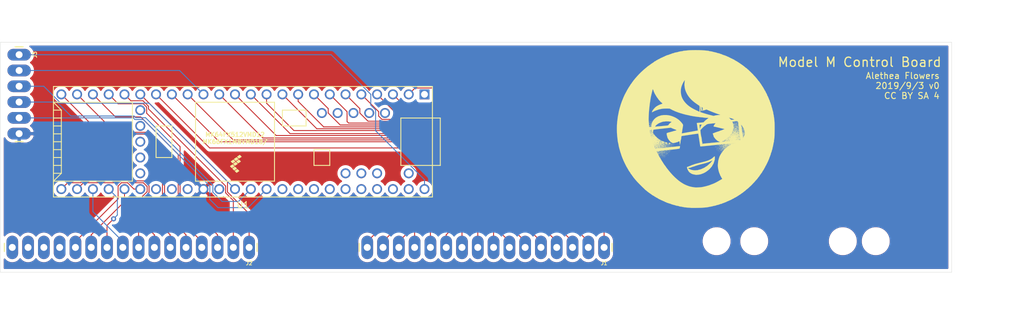
<source format=kicad_pcb>
(kicad_pcb (version 20171130) (host pcbnew "(5.1.2)-2")
  (layers (0 F.Cu signal) (31 B.Cu signal) (34 B.Paste user) (35 F.Paste user) (36 B.SilkS user) (37 F.SilkS user) (38 B.Mask user) (39 F.Mask user) (44 Edge.Cuts user))
  (net 0 "")
  (net 1 "Net-(J1-Pad1)")
  (net 2 "Net-(J1-Pad2)")
  (net 3 "Net-(J1-Pad3)")
  (net 4 "Net-(J1-Pad4)")
  (net 5 "Net-(J1-Pad5)")
  (net 6 "Net-(J1-Pad6)")
  (net 7 "Net-(J1-Pad7)")
  (net 8 "Net-(J1-Pad8)")
  (net 9 "Net-(J1-Pad9)")
  (net 10 "Net-(J1-Pad10)")
  (net 11 "Net-(J1-Pad11)")
  (net 12 "Net-(J1-Pad12)")
  (net 13 "Net-(J1-Pad13)")
  (net 14 "Net-(J1-Pad14)")
  (net 15 "Net-(J1-Pad15)")
  (net 16 "Net-(J1-Pad16)")
  (net 17 "Net-(J2-Pad16)")
  (net 18 "Net-(J2-Pad15)")
  (net 19 "Net-(J2-Pad14)")
  (net 20 "Net-(J2-Pad13)")
  (net 21 "Net-(J2-Pad12)")
  (net 22 "Net-(J2-Pad11)")
  (net 23 "Net-(J2-Pad10)")
  (net 24 "Net-(J2-Pad9)")
  (net 25 "Net-(J2-Pad8)")
  (net 26 "Net-(J2-Pad7)")
  (net 27 "Net-(J2-Pad6)")
  (net 28 "Net-(J2-Pad5)")
  (net 29 "Net-(J2-Pad4)")
  (net 30 "Net-(J2-Pad3)")
  (net 31 "Net-(J2-Pad2)")
  (net 32 "Net-(J2-Pad1)")
  (net 33 VCC)
  (net 34 +3V3)
  (net 35 "Net-(J3-Pad3)")
  (net 36 "Net-(J3-Pad4)")
  (net 37 "Net-(J3-Pad5)")
  (net 38 GND)
  (net 39 "Net-(U1-Pad25)")
  (net 40 "Net-(U1-Pad26)")
  (net 41 "Net-(U1-Pad27)")
  (net 42 "Net-(U1-Pad28)")
  (net 43 "Net-(U1-Pad29)")
  (net 44 "Net-(U1-Pad36)")
  (net 45 "Net-(U1-Pad37)")
  (net 46 "Net-(U1-Pad1)")
  (net 47 "Net-(U1-Pad38)")
  (net 48 "Net-(U1-Pad40)")
  (net 49 "Net-(U1-Pad44)")
  (net 50 "Net-(U1-Pad45)")
  (net 51 "Net-(U1-Pad46)")
  (net 52 "Net-(U1-Pad47)")
  (net 53 "Net-(U1-Pad48)")
  (net 54 "Net-(U1-Pad49)")
  (net 55 "Net-(U1-Pad50)")
  (net 56 "Net-(U1-Pad51)")
  (net 57 "Net-(U1-Pad52)")
  (net 58 "Net-(U1-Pad54)")
  (net 59 "Net-(U1-Pad55)")
  (net 60 "Net-(U1-Pad56)")
  (net 61 "Net-(U1-Pad57)")
  (module "Thea Branding Footprints:avatar 1in" (layer F.Cu) (at 195.85 108.95)
    (fp_text reference G*** hide)
    (fp_text value LOGO hide)
  )
  (module MountingHole:MountingHole_3.5mm (layer F.Cu) (at 199.2 127)
    (fp_text reference REF** hide)
    (fp_text value MountingHole_3.5mm)
    (pad 1 np_thru_hole circle (at 0 0) (size 3.5 3.5) (drill 3.5) (layers *.Cu *.Mask))
  )
  (module MountingHole:MountingHole_3.5mm (layer F.Cu) (at 205.25 127)
    (fp_text reference e hide)
    (fp_text value MountingHole_3.5mm)
    (pad 1 np_thru_hole circle (at 0 0) (size 3.5 3.5) (drill 3.5) (layers *.Cu *.Mask))
  )
  (module MountingHole:MountingHole_3.5mm (layer F.Cu) (at 219.5 127)
    (fp_text reference REF** hide)
    (fp_text value MountingHole_3.5mm)
    (pad 1 np_thru_hole circle (at 0 0) (size 3.5 3.5) (drill 3.5) (layers *.Cu *.Mask))
  )
  (module MountingHole:MountingHole_3.5mm (layer F.Cu) (at 224.8 127)
    (fp_text reference REF** hide)
    (fp_text value MountingHole_3.5mm)
    (pad 1 np_thru_hole circle (at 0 0) (size 3.5 3.5) (drill 3.5) (layers *.Cu *.Mask))
  )
  (module "SF Connectors:1X16_LONGPADS" (layer F.Cu) (at 181.1 128 180)
    (fp_text reference J1 (at 0 -2.54) (layer F.SilkS) (effects (font (size 0.6096 0.6096) (thickness 0.127))))
    (fp_text value Conn_01x16 hide)
    (pad 1 thru_hole oval (at 0 0) (size 1.8796 3.7592) (drill 1.1176) (layers *.Cu *.Mask) (net 1 "Net-(J1-Pad1)"))
    (pad 2 thru_hole oval (at 2.54 0) (size 1.8796 3.7592) (drill 1.1176) (layers *.Cu *.Mask) (net 2 "Net-(J1-Pad2)"))
    (pad 3 thru_hole oval (at 5.08 0) (size 1.8796 3.7592) (drill 1.1176) (layers *.Cu *.Mask) (net 3 "Net-(J1-Pad3)"))
    (pad 4 thru_hole oval (at 7.62 0) (size 1.8796 3.7592) (drill 1.1176) (layers *.Cu *.Mask) (net 4 "Net-(J1-Pad4)"))
    (pad 5 thru_hole oval (at 10.16 0) (size 1.8796 3.7592) (drill 1.1176) (layers *.Cu *.Mask) (net 5 "Net-(J1-Pad5)"))
    (pad 6 thru_hole oval (at 12.7 0) (size 1.8796 3.7592) (drill 1.1176) (layers *.Cu *.Mask) (net 6 "Net-(J1-Pad6)"))
    (pad 7 thru_hole oval (at 15.24 0) (size 1.8796 3.7592) (drill 1.1176) (layers *.Cu *.Mask) (net 7 "Net-(J1-Pad7)"))
    (pad 8 thru_hole oval (at 17.78 0) (size 1.8796 3.7592) (drill 1.1176) (layers *.Cu *.Mask) (net 8 "Net-(J1-Pad8)"))
    (pad 9 thru_hole oval (at 20.32 0) (size 1.8796 3.7592) (drill 1.1176) (layers *.Cu *.Mask) (net 9 "Net-(J1-Pad9)"))
    (pad 10 thru_hole oval (at 22.86 0) (size 1.8796 3.7592) (drill 1.1176) (layers *.Cu *.Mask) (net 10 "Net-(J1-Pad10)"))
    (pad 11 thru_hole oval (at 25.4 0) (size 1.8796 3.7592) (drill 1.1176) (layers *.Cu *.Mask) (net 11 "Net-(J1-Pad11)"))
    (pad 12 thru_hole oval (at 27.94 0) (size 1.8796 3.7592) (drill 1.1176) (layers *.Cu *.Mask) (net 12 "Net-(J1-Pad12)"))
    (pad 13 thru_hole oval (at 30.48 0) (size 1.8796 3.7592) (drill 1.1176) (layers *.Cu *.Mask) (net 13 "Net-(J1-Pad13)"))
    (pad 14 thru_hole oval (at 33.02 0) (size 1.8796 3.7592) (drill 1.1176) (layers *.Cu *.Mask) (net 14 "Net-(J1-Pad14)"))
    (pad 15 thru_hole oval (at 35.56 0) (size 1.8796 3.7592) (drill 1.1176) (layers *.Cu *.Mask) (net 15 "Net-(J1-Pad15)"))
    (pad 16 thru_hole oval (at 38.1 0) (size 1.8796 3.7592) (drill 1.1176) (layers *.Cu *.Mask) (net 16 "Net-(J1-Pad16)"))
  )
  (module "SF Connectors:1X16_LONGPADS" (layer F.Cu) (at 124 128 180)
    (fp_text reference J2 (at 0 -2.54) (layer F.SilkS) (effects (font (size 0.6096 0.6096) (thickness 0.127))))
    (fp_text value Conn_01x16 hide)
    (pad 16 thru_hole oval (at 38.1 0) (size 1.8796 3.7592) (drill 1.1176) (layers *.Cu *.Mask) (net 17 "Net-(J2-Pad16)"))
    (pad 15 thru_hole oval (at 35.56 0) (size 1.8796 3.7592) (drill 1.1176) (layers *.Cu *.Mask) (net 18 "Net-(J2-Pad15)"))
    (pad 14 thru_hole oval (at 33.02 0) (size 1.8796 3.7592) (drill 1.1176) (layers *.Cu *.Mask) (net 19 "Net-(J2-Pad14)"))
    (pad 13 thru_hole oval (at 30.48 0) (size 1.8796 3.7592) (drill 1.1176) (layers *.Cu *.Mask) (net 20 "Net-(J2-Pad13)"))
    (pad 12 thru_hole oval (at 27.94 0) (size 1.8796 3.7592) (drill 1.1176) (layers *.Cu *.Mask) (net 21 "Net-(J2-Pad12)"))
    (pad 11 thru_hole oval (at 25.4 0) (size 1.8796 3.7592) (drill 1.1176) (layers *.Cu *.Mask) (net 22 "Net-(J2-Pad11)"))
    (pad 10 thru_hole oval (at 22.86 0) (size 1.8796 3.7592) (drill 1.1176) (layers *.Cu *.Mask) (net 23 "Net-(J2-Pad10)"))
    (pad 9 thru_hole oval (at 20.32 0) (size 1.8796 3.7592) (drill 1.1176) (layers *.Cu *.Mask) (net 24 "Net-(J2-Pad9)"))
    (pad 8 thru_hole oval (at 17.78 0) (size 1.8796 3.7592) (drill 1.1176) (layers *.Cu *.Mask) (net 25 "Net-(J2-Pad8)"))
    (pad 7 thru_hole oval (at 15.24 0) (size 1.8796 3.7592) (drill 1.1176) (layers *.Cu *.Mask) (net 26 "Net-(J2-Pad7)"))
    (pad 6 thru_hole oval (at 12.7 0) (size 1.8796 3.7592) (drill 1.1176) (layers *.Cu *.Mask) (net 27 "Net-(J2-Pad6)"))
    (pad 5 thru_hole oval (at 10.16 0) (size 1.8796 3.7592) (drill 1.1176) (layers *.Cu *.Mask) (net 28 "Net-(J2-Pad5)"))
    (pad 4 thru_hole oval (at 7.62 0) (size 1.8796 3.7592) (drill 1.1176) (layers *.Cu *.Mask) (net 29 "Net-(J2-Pad4)"))
    (pad 3 thru_hole oval (at 5.08 0) (size 1.8796 3.7592) (drill 1.1176) (layers *.Cu *.Mask) (net 30 "Net-(J2-Pad3)"))
    (pad 2 thru_hole oval (at 2.54 0) (size 1.8796 3.7592) (drill 1.1176) (layers *.Cu *.Mask) (net 31 "Net-(J2-Pad2)"))
    (pad 1 thru_hole oval (at 0 0) (size 1.8796 3.7592) (drill 1.1176) (layers *.Cu *.Mask) (net 32 "Net-(J2-Pad1)"))
  )
  (module "SF Connectors:1X06_LONGPADS" (layer F.Cu) (at 87 97 270)
    (fp_text reference J3 (at 0 -2.54 90) (layer F.SilkS) (effects (font (size 0.6096 0.6096) (thickness 0.127))))
    (fp_text value Conn_01x06 hide)
    (pad 1 thru_hole oval (at 0 0 90) (size 1.8796 3.7592) (drill 1.1176) (layers *.Cu *.Mask) (net 33 VCC))
    (pad 2 thru_hole oval (at 2.54 0 90) (size 1.8796 3.7592) (drill 1.1176) (layers *.Cu *.Mask) (net 34 +3V3))
    (pad 3 thru_hole oval (at 5.08 0 90) (size 1.8796 3.7592) (drill 1.1176) (layers *.Cu *.Mask) (net 35 "Net-(J3-Pad3)"))
    (pad 4 thru_hole oval (at 7.62 0 90) (size 1.8796 3.7592) (drill 1.1176) (layers *.Cu *.Mask) (net 36 "Net-(J3-Pad4)"))
    (pad 5 thru_hole oval (at 10.16 0 90) (size 1.8796 3.7592) (drill 1.1176) (layers *.Cu *.Mask) (net 37 "Net-(J3-Pad5)"))
    (pad 6 thru_hole oval (at 12.7 0 90) (size 1.8796 3.7592) (drill 1.1176) (layers *.Cu *.Mask) (net 38 GND))
  )
  (module teensy:Teensy35_36 (layer F.Cu) (at 123 111 180)
    (fp_text reference U1 (at 0 -10.16) (layer F.SilkS))
    (fp_text value Teensy3.5)
    (fp_text user MK66FX1MBVMD18/ (at 1.27 0) (layer F.SilkS) (effects (font (size 0.7 0.7))))
    (fp_text user MK64FX512VMD12 (at 1.27 1.143) (layer F.SilkS) (effects (font (size 0.7 0.7))))
    (pad 17 thru_hole circle (at 11.43 7.62 180) (size 1.6 1.6) (drill 1.1) (layers *.Cu *.Mask) (net 15 "Net-(J1-Pad15)"))
    (pad 18 thru_hole circle (at 13.97 7.62 180) (size 1.6 1.6) (drill 1.1) (layers *.Cu *.Mask) (net 16 "Net-(J1-Pad16)"))
    (pad 19 thru_hole circle (at 16.51 7.62 180) (size 1.6 1.6) (drill 1.1) (layers *.Cu *.Mask) (net 32 "Net-(J2-Pad1)"))
    (pad 20 thru_hole circle (at 19.05 7.62 180) (size 1.6 1.6) (drill 1.1) (layers *.Cu *.Mask) (net 31 "Net-(J2-Pad2)"))
    (pad 16 thru_hole circle (at 8.89 7.62 180) (size 1.6 1.6) (drill 1.1) (layers *.Cu *.Mask) (net 14 "Net-(J1-Pad14)"))
    (pad 15 thru_hole circle (at 6.35 7.62 180) (size 1.6 1.6) (drill 1.1) (layers *.Cu *.Mask) (net 34 +3V3))
    (pad 14 thru_hole circle (at 3.81 7.62 180) (size 1.6 1.6) (drill 1.1) (layers *.Cu *.Mask) (net 13 "Net-(J1-Pad13)"))
    (pad 21 thru_hole circle (at 21.59 7.62 180) (size 1.6 1.6) (drill 1.1) (layers *.Cu *.Mask) (net 30 "Net-(J2-Pad3)"))
    (pad 22 thru_hole circle (at 24.13 7.62 180) (size 1.6 1.6) (drill 1.1) (layers *.Cu *.Mask) (net 29 "Net-(J2-Pad4)"))
    (pad 23 thru_hole circle (at 26.67 7.62 180) (size 1.6 1.6) (drill 1.1) (layers *.Cu *.Mask) (net 28 "Net-(J2-Pad5)"))
    (pad 24 thru_hole circle (at 29.21 7.62 180) (size 1.6 1.6) (drill 1.1) (layers *.Cu *.Mask) (net 27 "Net-(J2-Pad6)"))
    (pad 25 thru_hole circle (at 16.51 5.08 180) (size 1.6 1.6) (drill 1.1) (layers *.Cu *.Mask) (net 39 "Net-(U1-Pad25)"))
    (pad 26 thru_hole circle (at 16.51 2.54 180) (size 1.6 1.6) (drill 1.1) (layers *.Cu *.Mask) (net 40 "Net-(U1-Pad26)"))
    (pad 27 thru_hole circle (at 16.51 0 180) (size 1.6 1.6) (drill 1.1) (layers *.Cu *.Mask) (net 41 "Net-(U1-Pad27)"))
    (pad 28 thru_hole circle (at 16.51 -2.54 180) (size 1.6 1.6) (drill 1.1) (layers *.Cu *.Mask) (net 42 "Net-(U1-Pad28)"))
    (pad 29 thru_hole circle (at 16.51 -5.08 180) (size 1.6 1.6) (drill 1.1) (layers *.Cu *.Mask) (net 43 "Net-(U1-Pad29)"))
    (pad 30 thru_hole circle (at 29.21 -7.62 180) (size 1.6 1.6) (drill 1.1) (layers *.Cu *.Mask) (net 26 "Net-(J2-Pad7)"))
    (pad 31 thru_hole circle (at 26.67 -7.62 180) (size 1.6 1.6) (drill 1.1) (layers *.Cu *.Mask) (net 25 "Net-(J2-Pad8)"))
    (pad 32 thru_hole circle (at 24.13 -7.62 180) (size 1.6 1.6) (drill 1.1) (layers *.Cu *.Mask) (net 24 "Net-(J2-Pad9)"))
    (pad 33 thru_hole circle (at 21.59 -7.62 180) (size 1.6 1.6) (drill 1.1) (layers *.Cu *.Mask) (net 23 "Net-(J2-Pad10)"))
    (pad 34 thru_hole circle (at 19.05 -7.62 180) (size 1.6 1.6) (drill 1.1) (layers *.Cu *.Mask) (net 22 "Net-(J2-Pad11)"))
    (pad 35 thru_hole circle (at 16.51 -7.62 180) (size 1.6 1.6) (drill 1.1) (layers *.Cu *.Mask) (net 21 "Net-(J2-Pad12)"))
    (pad 36 thru_hole circle (at 13.97 -7.62 180) (size 1.6 1.6) (drill 1.1) (layers *.Cu *.Mask) (net 44 "Net-(U1-Pad36)"))
    (pad 37 thru_hole circle (at 11.43 -7.62 180) (size 1.6 1.6) (drill 1.1) (layers *.Cu *.Mask) (net 45 "Net-(U1-Pad37)"))
    (pad 13 thru_hole circle (at 1.27 7.62 180) (size 1.6 1.6) (drill 1.1) (layers *.Cu *.Mask) (net 12 "Net-(J1-Pad12)"))
    (pad 12 thru_hole circle (at -1.27 7.62 180) (size 1.6 1.6) (drill 1.1) (layers *.Cu *.Mask) (net 11 "Net-(J1-Pad11)"))
    (pad 11 thru_hole circle (at -3.81 7.62 180) (size 1.6 1.6) (drill 1.1) (layers *.Cu *.Mask) (net 10 "Net-(J1-Pad10)"))
    (pad 10 thru_hole circle (at -6.35 7.62 180) (size 1.6 1.6) (drill 1.1) (layers *.Cu *.Mask) (net 9 "Net-(J1-Pad9)"))
    (pad 9 thru_hole circle (at -8.89 7.62 180) (size 1.6 1.6) (drill 1.1) (layers *.Cu *.Mask) (net 8 "Net-(J1-Pad8)"))
    (pad 8 thru_hole circle (at -11.43 7.62 180) (size 1.6 1.6) (drill 1.1) (layers *.Cu *.Mask) (net 7 "Net-(J1-Pad7)"))
    (pad 7 thru_hole circle (at -13.97 7.62 180) (size 1.6 1.6) (drill 1.1) (layers *.Cu *.Mask) (net 6 "Net-(J1-Pad6)"))
    (pad 6 thru_hole circle (at -16.51 7.62 180) (size 1.6 1.6) (drill 1.1) (layers *.Cu *.Mask) (net 5 "Net-(J1-Pad5)"))
    (pad 5 thru_hole circle (at -19.05 7.62 180) (size 1.6 1.6) (drill 1.1) (layers *.Cu *.Mask) (net 4 "Net-(J1-Pad4)"))
    (pad 4 thru_hole circle (at -21.59 7.62 180) (size 1.6 1.6) (drill 1.1) (layers *.Cu *.Mask) (net 3 "Net-(J1-Pad3)"))
    (pad 3 thru_hole circle (at -24.13 7.62 180) (size 1.6 1.6) (drill 1.1) (layers *.Cu *.Mask) (net 2 "Net-(J1-Pad2)"))
    (pad 2 thru_hole circle (at -26.67 7.62 180) (size 1.6 1.6) (drill 1.1) (layers *.Cu *.Mask) (net 1 "Net-(J1-Pad1)"))
    (pad 1 thru_hole rect (at -29.21 7.62 180) (size 1.6 1.6) (drill 1.1) (layers *.Cu *.Mask) (net 46 "Net-(U1-Pad1)"))
    (pad 38 thru_hole circle (at 8.89 -7.62 180) (size 1.6 1.6) (drill 1.1) (layers *.Cu *.Mask) (net 47 "Net-(U1-Pad38)"))
    (pad 39 thru_hole circle (at 6.35 -7.62 180) (size 1.6 1.6) (drill 1.1) (layers *.Cu *.Mask) (net 38 GND))
    (pad 40 thru_hole circle (at 3.81 -7.62 180) (size 1.6 1.6) (drill 1.1) (layers *.Cu *.Mask) (net 48 "Net-(U1-Pad40)"))
    (pad 41 thru_hole circle (at 1.27 -7.62 180) (size 1.6 1.6) (drill 1.1) (layers *.Cu *.Mask) (net 35 "Net-(J3-Pad3)"))
    (pad 42 thru_hole circle (at -1.27 -7.62 180) (size 1.6 1.6) (drill 1.1) (layers *.Cu *.Mask) (net 36 "Net-(J3-Pad4)"))
    (pad 43 thru_hole circle (at -3.81 -7.62 180) (size 1.6 1.6) (drill 1.1) (layers *.Cu *.Mask) (net 37 "Net-(J3-Pad5)"))
    (pad 44 thru_hole circle (at -6.35 -7.62 180) (size 1.6 1.6) (drill 1.1) (layers *.Cu *.Mask) (net 49 "Net-(U1-Pad44)"))
    (pad 45 thru_hole circle (at -8.89 -7.62 180) (size 1.6 1.6) (drill 1.1) (layers *.Cu *.Mask) (net 50 "Net-(U1-Pad45)"))
    (pad 46 thru_hole circle (at -11.43 -7.62 180) (size 1.6 1.6) (drill 1.1) (layers *.Cu *.Mask) (net 51 "Net-(U1-Pad46)"))
    (pad 47 thru_hole circle (at -13.97 -7.62 180) (size 1.6 1.6) (drill 1.1) (layers *.Cu *.Mask) (net 52 "Net-(U1-Pad47)"))
    (pad 48 thru_hole circle (at -16.51 -7.62 180) (size 1.6 1.6) (drill 1.1) (layers *.Cu *.Mask) (net 53 "Net-(U1-Pad48)"))
    (pad 49 thru_hole circle (at -19.05 -7.62 180) (size 1.6 1.6) (drill 1.1) (layers *.Cu *.Mask) (net 54 "Net-(U1-Pad49)"))
    (pad 50 thru_hole circle (at -21.59 -7.62 180) (size 1.6 1.6) (drill 1.1) (layers *.Cu *.Mask) (net 55 "Net-(U1-Pad50)"))
    (pad 51 thru_hole circle (at -24.13 -7.62 180) (size 1.6 1.6) (drill 1.1) (layers *.Cu *.Mask) (net 56 "Net-(U1-Pad51)"))
    (pad 52 thru_hole circle (at -26.67 -7.62 180) (size 1.6 1.6) (drill 1.1) (layers *.Cu *.Mask) (net 57 "Net-(U1-Pad52)"))
    (pad 53 thru_hole circle (at -29.21 -7.62 180) (size 1.6 1.6) (drill 1.1) (layers *.Cu *.Mask) (net 33 VCC))
    (pad 54 thru_hole circle (at -26.67 -5.08 180) (size 1.6 1.6) (drill 1.1) (layers *.Cu *.Mask) (net 58 "Net-(U1-Pad54)"))
    (pad 55 thru_hole circle (at -21.59 -5.08 180) (size 1.6 1.6) (drill 1.1) (layers *.Cu *.Mask) (net 59 "Net-(U1-Pad55)"))
    (pad 56 thru_hole circle (at -19.05 -5.08 180) (size 1.6 1.6) (drill 1.1) (layers *.Cu *.Mask) (net 60 "Net-(U1-Pad56)"))
    (pad 57 thru_hole circle (at -16.51 -5.08 180) (size 1.6 1.6) (drill 1.1) (layers *.Cu *.Mask) (net 61 "Net-(U1-Pad57)"))
    (pad 58 thru_hole circle (at -22.86 4.62 180) (size 1.6 1.6) (drill 1.1) (layers *.Cu *.Mask))
    (pad 59 thru_hole circle (at -20.32 4.62 180) (size 1.6 1.6) (drill 1.1) (layers *.Cu *.Mask))
    (pad 60 thru_hole circle (at -17.78 4.62 180) (size 1.6 1.6) (drill 1.1) (layers *.Cu *.Mask))
    (pad 61 thru_hole circle (at -15.24 4.62 180) (size 1.6 1.6) (drill 1.1) (layers *.Cu *.Mask))
    (pad 62 thru_hole circle (at -12.7 4.62 180) (size 1.6 1.6) (drill 1.1) (layers *.Cu *.Mask))
  )
  (gr_text "Alethea Flowers\n2019/9/3 v0\nCC BY SA 4" (at 235.15 102) (layer F.SilkS) (effects (font (size 1 1)) (justify right)))
  (gr_text "Model M Control Board" (at 222.2 98.2) (layer F.SilkS) (effects (font (size 1.5 1.5) (thickness 0.2))))
  (gr_line (start 237 95) (end 84 95) (layer Edge.Cuts) (width 0.05))
  (gr_line (start 237 132) (end 237 95) (layer Edge.Cuts) (width 0.05))
  (gr_line (start 84 132) (end 237 132) (layer Edge.Cuts) (width 0.05))
  (gr_line (start 84 95) (end 84 132) (layer Edge.Cuts) (width 0.05))
  (segment (start 181.1 128) (end 181.1 110.1) (width 0.15) (layer F.Cu) (net 1))
  (segment (start 150.469999 102.580001) (end 149.67 103.38) (width 0.15) (layer F.Cu) (net 1))
  (segment (start 150.695001 102.354999) (end 150.469999 102.580001) (width 0.15) (layer F.Cu) (net 1))
  (segment (start 173.354999 102.354999) (end 150.695001 102.354999) (width 0.15) (layer F.Cu) (net 1))
  (segment (start 181.1 110.1) (end 173.354999 102.354999) (width 0.15) (layer F.Cu) (net 1))
  (segment (start 178.56 127.0602) (end 156.4998 105) (width 0.15) (layer F.Cu) (net 2))
  (segment (start 178.56 128) (end 178.56 127.0602) (width 0.15) (layer F.Cu) (net 2))
  (segment (start 148.75 105) (end 156.4998 105) (width 0.15) (layer F.Cu) (net 2))
  (segment (start 147.13 103.38) (end 148.75 105) (width 0.15) (layer F.Cu) (net 2))
  (segment (start 147.21 106) (end 144.59 103.38) (width 0.15) (layer F.Cu) (net 3))
  (segment (start 154.9598 106) (end 147.21 106) (width 0.15) (layer F.Cu) (net 3))
  (segment (start 176.02 128) (end 176.02 127.0602) (width 0.15) (layer F.Cu) (net 3))
  (segment (start 176.02 127.0602) (end 154.9598 106) (width 0.15) (layer F.Cu) (net 3))
  (segment (start 148.200769 107.405001) (end 145.367999 107.405001) (width 0.15) (layer F.Cu) (net 4))
  (segment (start 145.367999 107.405001) (end 144.834999 106.872001) (width 0.15) (layer F.Cu) (net 4))
  (segment (start 142.849999 104.179999) (end 142.05 103.38) (width 0.15) (layer F.Cu) (net 4))
  (segment (start 144.834999 106.164999) (end 142.849999 104.179999) (width 0.15) (layer F.Cu) (net 4))
  (segment (start 153.019714 106.599914) (end 149.005855 106.599914) (width 0.15) (layer F.Cu) (net 4))
  (segment (start 149.005855 106.599914) (end 148.200769 107.405001) (width 0.15) (layer F.Cu) (net 4))
  (segment (start 173.48 127.0602) (end 153.019714 106.599914) (width 0.15) (layer F.Cu) (net 4))
  (segment (start 144.834999 106.872001) (end 144.834999 106.164999) (width 0.15) (layer F.Cu) (net 4))
  (segment (start 173.48 128) (end 173.48 127.0602) (width 0.15) (layer F.Cu) (net 4))
  (segment (start 149.130123 106.899925) (end 148.325037 107.705012) (width 0.15) (layer F.Cu) (net 5))
  (segment (start 148.325037 107.705012) (end 143.12801 107.705012) (width 0.15) (layer F.Cu) (net 5))
  (segment (start 143.12801 107.705012) (end 141.805001 106.382003) (width 0.15) (layer F.Cu) (net 5))
  (segment (start 141.805001 106.382003) (end 141.805001 105.675001) (width 0.15) (layer F.Cu) (net 5))
  (segment (start 140.309999 104.179999) (end 139.51 103.38) (width 0.15) (layer F.Cu) (net 5))
  (segment (start 170.94 128) (end 170.94 127.0602) (width 0.15) (layer F.Cu) (net 5))
  (segment (start 151.02132 106.899925) (end 149.130123 106.899925) (width 0.15) (layer F.Cu) (net 5))
  (segment (start 141.805001 105.675001) (end 140.309999 104.179999) (width 0.15) (layer F.Cu) (net 5))
  (segment (start 152.994144 108.599912) (end 152.721305 108.599912) (width 0.15) (layer F.Cu) (net 5))
  (segment (start 152.721305 108.599912) (end 151.02132 106.899925) (width 0.15) (layer F.Cu) (net 5))
  (segment (start 157.400088 113.005856) (end 152.994144 108.599912) (width 0.15) (layer F.Cu) (net 5))
  (segment (start 157.400088 113.278693) (end 157.400088 113.005856) (width 0.15) (layer F.Cu) (net 5))
  (segment (start 169.8502 125.728805) (end 157.400088 113.278693) (width 0.15) (layer F.Cu) (net 5))
  (segment (start 169.8502 125.9704) (end 169.8502 125.728805) (width 0.15) (layer F.Cu) (net 5))
  (segment (start 170.94 127.0602) (end 169.8502 125.9704) (width 0.15) (layer F.Cu) (net 5))
  (segment (start 140.005023 108.005023) (end 139.754999 107.754999) (width 0.15) (layer F.Cu) (net 6))
  (segment (start 139.754999 106.164999) (end 137.769999 104.179999) (width 0.15) (layer F.Cu) (net 6))
  (segment (start 148.449304 108.005023) (end 140.005023 108.005023) (width 0.15) (layer F.Cu) (net 6))
  (segment (start 158.00011 115.1816) (end 157.100077 114.281567) (width 0.15) (layer F.Cu) (net 6))
  (segment (start 167.3102 125.764527) (end 158.00011 116.454437) (width 0.15) (layer F.Cu) (net 6))
  (segment (start 150.745609 107.199936) (end 149.254391 107.199936) (width 0.15) (layer F.Cu) (net 6))
  (segment (start 158.00011 116.454437) (end 158.00011 115.1816) (width 0.15) (layer F.Cu) (net 6))
  (segment (start 137.769999 104.179999) (end 136.97 103.38) (width 0.15) (layer F.Cu) (net 6))
  (segment (start 157.100077 113.130124) (end 152.869876 108.899923) (width 0.15) (layer F.Cu) (net 6))
  (segment (start 152.869876 108.899923) (end 152.445595 108.899923) (width 0.15) (layer F.Cu) (net 6))
  (segment (start 152.445595 108.899923) (end 150.745609 107.199936) (width 0.15) (layer F.Cu) (net 6))
  (segment (start 139.754999 107.754999) (end 139.754999 106.164999) (width 0.15) (layer F.Cu) (net 6))
  (segment (start 149.254391 107.199936) (end 148.449304 108.005023) (width 0.15) (layer F.Cu) (net 6))
  (segment (start 168.4 127.0602) (end 167.3102 125.9704) (width 0.15) (layer F.Cu) (net 6))
  (segment (start 167.3102 125.9704) (end 167.3102 125.764527) (width 0.15) (layer F.Cu) (net 6))
  (segment (start 168.4 128) (end 168.4 127.0602) (width 0.15) (layer F.Cu) (net 6))
  (segment (start 157.100077 114.281567) (end 157.100077 113.130124) (width 0.15) (layer F.Cu) (net 6))
  (segment (start 138.648032 108.305034) (end 136.725001 106.382003) (width 0.15) (layer F.Cu) (net 7))
  (segment (start 157.700099 118.427262) (end 157.700099 115.305868) (width 0.15) (layer F.Cu) (net 7))
  (segment (start 165.86 128) (end 165.86 127.0602) (width 0.15) (layer F.Cu) (net 7))
  (segment (start 165.86 127.0602) (end 164.7702 125.9704) (width 0.15) (layer F.Cu) (net 7))
  (segment (start 164.7702 125.497363) (end 157.700099 118.427262) (width 0.15) (layer F.Cu) (net 7))
  (segment (start 157.700099 115.305868) (end 156.800066 114.405835) (width 0.15) (layer F.Cu) (net 7))
  (segment (start 156.800066 114.405835) (end 156.800066 113.254392) (width 0.15) (layer F.Cu) (net 7))
  (segment (start 156.800066 113.254392) (end 152.745608 109.199934) (width 0.15) (layer F.Cu) (net 7))
  (segment (start 136.725001 106.382003) (end 136.725001 105.675001) (width 0.15) (layer F.Cu) (net 7))
  (segment (start 152.745608 109.199934) (end 152.321327 109.199934) (width 0.15) (layer F.Cu) (net 7))
  (segment (start 164.7702 125.9704) (end 164.7702 125.497363) (width 0.15) (layer F.Cu) (net 7))
  (segment (start 149.378659 107.499947) (end 148.573572 108.305034) (width 0.15) (layer F.Cu) (net 7))
  (segment (start 136.725001 105.675001) (end 135.229999 104.179999) (width 0.15) (layer F.Cu) (net 7))
  (segment (start 152.321327 109.199934) (end 150.621341 107.499947) (width 0.15) (layer F.Cu) (net 7))
  (segment (start 135.229999 104.179999) (end 134.43 103.38) (width 0.15) (layer F.Cu) (net 7))
  (segment (start 148.573572 108.305034) (end 138.648032 108.305034) (width 0.15) (layer F.Cu) (net 7))
  (segment (start 150.621341 107.499947) (end 149.378659 107.499947) (width 0.15) (layer F.Cu) (net 7))
  (segment (start 152.62134 109.499945) (end 152.197059 109.499945) (width 0.15) (layer F.Cu) (net 8))
  (segment (start 152.197059 109.499945) (end 150.497073 107.799958) (width 0.15) (layer F.Cu) (net 8))
  (segment (start 157.400088 118.55153) (end 157.400088 115.430136) (width 0.15) (layer F.Cu) (net 8))
  (segment (start 156.500055 114.530103) (end 156.500055 113.37866) (width 0.15) (layer F.Cu) (net 8))
  (segment (start 150.497073 107.799958) (end 149.502927 107.799958) (width 0.15) (layer F.Cu) (net 8))
  (segment (start 149.502927 107.799958) (end 148.69784 108.605045) (width 0.15) (layer F.Cu) (net 8))
  (segment (start 148.69784 108.605045) (end 135.983675 108.605045) (width 0.15) (layer F.Cu) (net 8))
  (segment (start 163.32 124.471442) (end 157.400088 118.55153) (width 0.15) (layer F.Cu) (net 8))
  (segment (start 163.32 128) (end 163.32 124.471442) (width 0.15) (layer F.Cu) (net 8))
  (segment (start 135.983675 108.605045) (end 131.89 104.51137) (width 0.15) (layer F.Cu) (net 8))
  (segment (start 156.500055 113.37866) (end 152.62134 109.499945) (width 0.15) (layer F.Cu) (net 8))
  (segment (start 131.89 104.51137) (end 131.89 103.38) (width 0.15) (layer F.Cu) (net 8))
  (segment (start 157.400088 115.430136) (end 156.500055 114.530103) (width 0.15) (layer F.Cu) (net 8))
  (segment (start 160.78 128) (end 160.78 122.355721) (width 0.15) (layer F.Cu) (net 9))
  (segment (start 130.149999 104.179999) (end 129.35 103.38) (width 0.15) (layer F.Cu) (net 9))
  (segment (start 156.200044 113.502928) (end 152.497072 109.799956) (width 0.15) (layer F.Cu) (net 9))
  (segment (start 156.200044 114.654371) (end 156.200044 113.502928) (width 0.15) (layer F.Cu) (net 9))
  (segment (start 152.072791 109.799956) (end 150.372805 108.099969) (width 0.15) (layer F.Cu) (net 9))
  (segment (start 148.822108 108.905056) (end 134.875056 108.905056) (width 0.15) (layer F.Cu) (net 9))
  (segment (start 134.875056 108.905056) (end 130.149999 104.179999) (width 0.15) (layer F.Cu) (net 9))
  (segment (start 149.627195 108.099969) (end 148.822108 108.905056) (width 0.15) (layer F.Cu) (net 9))
  (segment (start 150.372805 108.099969) (end 149.627195 108.099969) (width 0.15) (layer F.Cu) (net 9))
  (segment (start 157.100077 115.554404) (end 156.200044 114.654371) (width 0.15) (layer F.Cu) (net 9))
  (segment (start 157.100077 118.675798) (end 157.100077 115.554404) (width 0.15) (layer F.Cu) (net 9))
  (segment (start 160.78 122.355721) (end 157.100077 118.675798) (width 0.15) (layer F.Cu) (net 9))
  (segment (start 152.497072 109.799956) (end 152.072791 109.799956) (width 0.15) (layer F.Cu) (net 9))
  (segment (start 149.751463 108.39998) (end 148.946376 109.205067) (width 0.15) (layer F.Cu) (net 10))
  (segment (start 152.372804 110.099967) (end 151.948523 110.099967) (width 0.15) (layer F.Cu) (net 10))
  (segment (start 126.81 104.51137) (end 126.81 103.38) (width 0.15) (layer F.Cu) (net 10))
  (segment (start 156.800066 115.678672) (end 155.900033 114.778639) (width 0.15) (layer F.Cu) (net 10))
  (segment (start 148.946376 109.205067) (end 131.205067 109.205067) (width 0.15) (layer F.Cu) (net 10))
  (segment (start 158.24 128) (end 158.24 120.24) (width 0.15) (layer F.Cu) (net 10))
  (segment (start 156.800066 118.800066) (end 156.800066 115.678672) (width 0.15) (layer F.Cu) (net 10))
  (segment (start 126.81 104.81) (end 126.81 104.51137) (width 0.15) (layer F.Cu) (net 10))
  (segment (start 131.205067 109.205067) (end 126.81 104.81) (width 0.15) (layer F.Cu) (net 10))
  (segment (start 155.900033 114.778639) (end 155.900033 113.627196) (width 0.15) (layer F.Cu) (net 10))
  (segment (start 150.248537 108.39998) (end 149.751463 108.39998) (width 0.15) (layer F.Cu) (net 10))
  (segment (start 151.948523 110.099967) (end 150.248537 108.39998) (width 0.15) (layer F.Cu) (net 10))
  (segment (start 158.24 120.24) (end 156.800066 118.800066) (width 0.15) (layer F.Cu) (net 10))
  (segment (start 155.900033 113.627196) (end 152.372804 110.099967) (width 0.15) (layer F.Cu) (net 10))
  (segment (start 151.824256 110.399978) (end 151.124268 109.699989) (width 0.15) (layer F.Cu) (net 11))
  (segment (start 155.7 125.9704) (end 156.500053 125.170347) (width 0.15) (layer F.Cu) (net 11))
  (segment (start 155.7 128) (end 155.7 125.9704) (width 0.15) (layer F.Cu) (net 11))
  (segment (start 130.589989 109.699989) (end 125.069999 104.179999) (width 0.15) (layer F.Cu) (net 11))
  (segment (start 152.248536 110.399978) (end 151.824256 110.399978) (width 0.15) (layer F.Cu) (net 11))
  (segment (start 151.124268 109.699989) (end 130.589989 109.699989) (width 0.15) (layer F.Cu) (net 11))
  (segment (start 125.069999 104.179999) (end 124.27 103.38) (width 0.15) (layer F.Cu) (net 11))
  (segment (start 156.500053 125.170347) (end 156.500053 115.802938) (width 0.15) (layer F.Cu) (net 11))
  (segment (start 155.600022 114.902907) (end 155.600022 113.751464) (width 0.15) (layer F.Cu) (net 11))
  (segment (start 156.500053 115.802938) (end 155.600022 114.902907) (width 0.15) (layer F.Cu) (net 11))
  (segment (start 155.600022 113.751464) (end 152.248536 110.399978) (width 0.15) (layer F.Cu) (net 11))
  (segment (start 122.529999 104.179999) (end 121.73 103.38) (width 0.15) (layer F.Cu) (net 12))
  (segment (start 128.35 110) (end 122.529999 104.179999) (width 0.15) (layer F.Cu) (net 12))
  (segment (start 153.16 128) (end 153.16 123.112837) (width 0.15) (layer F.Cu) (net 12))
  (segment (start 151.699989 110.699989) (end 151 110) (width 0.15) (layer F.Cu) (net 12))
  (segment (start 155.300011 115.027175) (end 155.300011 113.875732) (width 0.15) (layer F.Cu) (net 12))
  (segment (start 153.16 123.112837) (end 156.200042 120.072795) (width 0.15) (layer F.Cu) (net 12))
  (segment (start 156.200042 120.072795) (end 156.200042 115.927206) (width 0.15) (layer F.Cu) (net 12))
  (segment (start 151 110) (end 128.35 110) (width 0.15) (layer F.Cu) (net 12))
  (segment (start 152.124268 110.699989) (end 151.699989 110.699989) (width 0.15) (layer F.Cu) (net 12))
  (segment (start 155.300011 113.875732) (end 152.124268 110.699989) (width 0.15) (layer F.Cu) (net 12))
  (segment (start 156.200042 115.927206) (end 155.300011 115.027175) (width 0.15) (layer F.Cu) (net 12))
  (segment (start 150.62 128) (end 150.62 125.228557) (width 0.15) (layer F.Cu) (net 13))
  (segment (start 155.900031 116.051473) (end 150.248536 110.399978) (width 0.15) (layer F.Cu) (net 13))
  (segment (start 155.900031 119.948527) (end 155.900031 116.051473) (width 0.15) (layer F.Cu) (net 13))
  (segment (start 119.989999 104.179999) (end 119.19 103.38) (width 0.15) (layer F.Cu) (net 13))
  (segment (start 126.209978 110.399978) (end 119.989999 104.179999) (width 0.15) (layer F.Cu) (net 13))
  (segment (start 150.62 125.228557) (end 155.900031 119.948527) (width 0.15) (layer F.Cu) (net 13))
  (segment (start 150.248536 110.399978) (end 126.209978 110.399978) (width 0.15) (layer F.Cu) (net 13))
  (segment (start 121.429989 110.699989) (end 114.909999 104.179999) (width 0.15) (layer F.Cu) (net 14))
  (segment (start 149.1698 125.9704) (end 149.453879 125.9704) (width 0.15) (layer F.Cu) (net 14))
  (segment (start 114.909999 104.179999) (end 114.11 103.38) (width 0.15) (layer F.Cu) (net 14))
  (segment (start 155.60002 116.175741) (end 150.124268 110.699989) (width 0.15) (layer F.Cu) (net 14))
  (segment (start 148.08 127.0602) (end 149.1698 125.9704) (width 0.15) (layer F.Cu) (net 14))
  (segment (start 149.453879 125.9704) (end 155.60002 119.824259) (width 0.15) (layer F.Cu) (net 14))
  (segment (start 150.124268 110.699989) (end 121.429989 110.699989) (width 0.15) (layer F.Cu) (net 14))
  (segment (start 155.60002 119.824259) (end 155.60002 116.175741) (width 0.15) (layer F.Cu) (net 14))
  (segment (start 148.08 128) (end 148.08 127.0602) (width 0.15) (layer F.Cu) (net 14))
  (segment (start 155.300009 119.699991) (end 155.300009 116.300009) (width 0.15) (layer F.Cu) (net 15))
  (segment (start 145.54 127.0602) (end 150.6002 122) (width 0.15) (layer F.Cu) (net 15))
  (segment (start 155.300009 116.300009) (end 150 111) (width 0.15) (layer F.Cu) (net 15))
  (segment (start 150 111) (end 119.19 111) (width 0.15) (layer F.Cu) (net 15))
  (segment (start 153 122) (end 155.300009 119.699991) (width 0.15) (layer F.Cu) (net 15))
  (segment (start 145.54 128) (end 145.54 127.0602) (width 0.15) (layer F.Cu) (net 15))
  (segment (start 112.369999 104.179999) (end 111.57 103.38) (width 0.15) (layer F.Cu) (net 15))
  (segment (start 119.19 111) (end 112.369999 104.179999) (width 0.15) (layer F.Cu) (net 15))
  (segment (start 150.6002 122) (end 153 122) (width 0.15) (layer F.Cu) (net 15))
  (segment (start 117.65 112) (end 109.03 103.38) (width 0.15) (layer F.Cu) (net 16))
  (segment (start 150 112) (end 117.65 112) (width 0.15) (layer F.Cu) (net 16))
  (segment (start 143 127.0602) (end 149.0602 121) (width 0.15) (layer F.Cu) (net 16))
  (segment (start 143 128) (end 143 127.0602) (width 0.15) (layer F.Cu) (net 16))
  (segment (start 149.0602 121) (end 153 121) (width 0.15) (layer F.Cu) (net 16))
  (segment (start 153 121) (end 155 119) (width 0.15) (layer F.Cu) (net 16))
  (segment (start 155 119) (end 155 117) (width 0.15) (layer F.Cu) (net 16))
  (segment (start 155 117) (end 150 112) (width 0.15) (layer F.Cu) (net 16))
  (segment (start 104.442001 117.594999) (end 105.467002 118.62) (width 0.15) (layer F.Cu) (net 21))
  (segment (start 96.06 128) (end 96.06 127.0602) (width 0.15) (layer F.Cu) (net 21))
  (segment (start 96.06 127.0602) (end 102.924999 120.195201) (width 0.15) (layer F.Cu) (net 21))
  (segment (start 102.924999 120.195201) (end 102.924999 118.127999) (width 0.15) (layer F.Cu) (net 21))
  (segment (start 103.457999 117.594999) (end 104.442001 117.594999) (width 0.15) (layer F.Cu) (net 21))
  (segment (start 105.467002 118.62) (end 106.49 118.62) (width 0.15) (layer F.Cu) (net 21))
  (segment (start 102.924999 118.127999) (end 103.457999 117.594999) (width 0.15) (layer F.Cu) (net 21))
  (segment (start 98.6 125.9704) (end 104 120.5704) (width 0.15) (layer F.Cu) (net 22))
  (segment (start 98.6 128) (end 98.6 125.9704) (width 0.15) (layer F.Cu) (net 22))
  (segment (start 103.95 120.5204) (end 103.95 118.62) (width 0.15) (layer F.Cu) (net 22))
  (segment (start 104 120.5704) (end 103.95 120.5204) (width 0.15) (layer F.Cu) (net 22))
  (via (at 102.2 123.4) (size 0.8) (drill 0.4) (layers F.Cu B.Cu) (net 23))
  (segment (start 101.14 128) (end 101.14 124.46) (width 0.15) (layer F.Cu) (net 23))
  (segment (start 101.14 124.46) (end 102.2 123.4) (width 0.15) (layer F.Cu) (net 23))
  (segment (start 102.2 123.4) (end 102.8 122.8) (width 0.15) (layer B.Cu) (net 23))
  (segment (start 102.8 120.01) (end 101.41 118.62) (width 0.15) (layer B.Cu) (net 23))
  (segment (start 102.8 122.8) (end 102.8 120.01) (width 0.15) (layer B.Cu) (net 23))
  (segment (start 98.87 119.75137) (end 98.87 118.62) (width 0.15) (layer B.Cu) (net 24))
  (segment (start 98.87 122.2502) (end 98.87 119.75137) (width 0.15) (layer B.Cu) (net 24))
  (segment (start 103.68 127.0602) (end 98.87 122.2502) (width 0.15) (layer B.Cu) (net 24))
  (segment (start 103.68 128) (end 103.68 127.0602) (width 0.15) (layer B.Cu) (net 24))
  (segment (start 97.129999 117.820001) (end 96.33 118.62) (width 0.15) (layer F.Cu) (net 25))
  (segment (start 103.333731 117.294988) (end 103.033721 117.594999) (width 0.15) (layer F.Cu) (net 25))
  (segment (start 106.22 128) (end 106.22 120.407002) (width 0.15) (layer F.Cu) (net 25))
  (segment (start 106.22 120.407002) (end 107.6 119.027002) (width 0.15) (layer F.Cu) (net 25))
  (segment (start 107.6 119.027002) (end 107.6 118.212998) (width 0.15) (layer F.Cu) (net 25))
  (segment (start 107.6 118.212998) (end 106.982001 117.594999) (width 0.15) (layer F.Cu) (net 25))
  (segment (start 104.866279 117.594999) (end 104.566269 117.294988) (width 0.15) (layer F.Cu) (net 25))
  (segment (start 104.566269 117.294988) (end 103.333731 117.294988) (width 0.15) (layer F.Cu) (net 25))
  (segment (start 97.355001 117.594999) (end 97.129999 117.820001) (width 0.15) (layer F.Cu) (net 25))
  (segment (start 106.982001 117.594999) (end 104.866279 117.594999) (width 0.15) (layer F.Cu) (net 25))
  (segment (start 103.033721 117.594999) (end 97.355001 117.594999) (width 0.15) (layer F.Cu) (net 25))
  (segment (start 107.8 125.0104) (end 107.8 119.251281) (width 0.15) (layer F.Cu) (net 26))
  (segment (start 103.209463 116.994977) (end 102.909452 117.294988) (width 0.15) (layer F.Cu) (net 26))
  (segment (start 107.106269 117.294988) (end 104.990547 117.294988) (width 0.15) (layer F.Cu) (net 26))
  (segment (start 96.930723 117.594999) (end 94.815001 117.594999) (width 0.15) (layer F.Cu) (net 26))
  (segment (start 94.589999 117.820001) (end 93.79 118.62) (width 0.15) (layer F.Cu) (net 26))
  (segment (start 97.230733 117.294988) (end 96.930723 117.594999) (width 0.15) (layer F.Cu) (net 26))
  (segment (start 94.815001 117.594999) (end 94.589999 117.820001) (width 0.15) (layer F.Cu) (net 26))
  (segment (start 104.690537 116.994977) (end 103.209463 116.994977) (width 0.15) (layer F.Cu) (net 26))
  (segment (start 108.76 125.9704) (end 107.8 125.0104) (width 0.15) (layer F.Cu) (net 26))
  (segment (start 104.990547 117.294988) (end 104.690537 116.994977) (width 0.15) (layer F.Cu) (net 26))
  (segment (start 107.900011 118.08873) (end 107.106269 117.294988) (width 0.15) (layer F.Cu) (net 26))
  (segment (start 107.900011 119.15127) (end 107.900011 118.08873) (width 0.15) (layer F.Cu) (net 26))
  (segment (start 107.8 119.251281) (end 107.900011 119.15127) (width 0.15) (layer F.Cu) (net 26))
  (segment (start 102.909452 117.294988) (end 97.230733 117.294988) (width 0.15) (layer F.Cu) (net 26))
  (segment (start 108.76 128) (end 108.76 125.9704) (width 0.15) (layer F.Cu) (net 26))
  (segment (start 100.195012 109.785012) (end 93.79 103.38) (width 0.15) (layer F.Cu) (net 27))
  (segment (start 107.785012 109.785012) (end 100.195012 109.785012) (width 0.15) (layer F.Cu) (net 27))
  (segment (start 111.3 125.9704) (end 110.055001 124.725401) (width 0.15) (layer F.Cu) (net 27))
  (segment (start 111.3 128) (end 111.3 125.9704) (width 0.15) (layer F.Cu) (net 27))
  (segment (start 110.055001 124.725401) (end 110.055001 113.744999) (width 0.15) (layer F.Cu) (net 27))
  (segment (start 110.055001 113.744999) (end 110 113.689998) (width 0.15) (layer F.Cu) (net 27))
  (segment (start 110 113.689998) (end 110 112) (width 0.15) (layer F.Cu) (net 27))
  (segment (start 110 112) (end 107.785012 109.785012) (width 0.15) (layer F.Cu) (net 27))
  (segment (start 102.435001 109.485001) (end 97.129999 104.179999) (width 0.15) (layer F.Cu) (net 28))
  (segment (start 113.84 128) (end 113.84 125.9704) (width 0.15) (layer F.Cu) (net 28))
  (segment (start 113.84 125.9704) (end 110.4 122.5304) (width 0.15) (layer F.Cu) (net 28))
  (segment (start 108.085001 109.485001) (end 102.435001 109.485001) (width 0.15) (layer F.Cu) (net 28))
  (segment (start 97.129999 104.179999) (end 96.33 103.38) (width 0.15) (layer F.Cu) (net 28))
  (segment (start 110.500009 111.900009) (end 108.085001 109.485001) (width 0.15) (layer F.Cu) (net 28))
  (segment (start 110.500009 115.524269) (end 110.500009 111.900009) (width 0.15) (layer F.Cu) (net 28))
  (segment (start 110.4 115.624278) (end 110.500009 115.524269) (width 0.15) (layer F.Cu) (net 28))
  (segment (start 110.4 122.5304) (end 110.4 115.624278) (width 0.15) (layer F.Cu) (net 28))
  (segment (start 112.595001 113.047999) (end 106.547002 107) (width 0.15) (layer F.Cu) (net 29))
  (segment (start 112.595001 123.275201) (end 112.595001 113.047999) (width 0.15) (layer F.Cu) (net 29))
  (segment (start 116.38 127.0602) (end 112.595001 123.275201) (width 0.15) (layer F.Cu) (net 29))
  (segment (start 116.38 128) (end 116.38 127.0602) (width 0.15) (layer F.Cu) (net 29))
  (segment (start 102.49 107) (end 98.87 103.38) (width 0.15) (layer F.Cu) (net 29))
  (segment (start 106.547002 107) (end 102.49 107) (width 0.15) (layer F.Cu) (net 29))
  (segment (start 112.895012 119.945412) (end 112.895012 111.792012) (width 0.15) (layer F.Cu) (net 30))
  (segment (start 102.924999 104.894999) (end 102.209999 104.179999) (width 0.15) (layer F.Cu) (net 30))
  (segment (start 107.515001 105.427999) (end 106.982001 104.894999) (width 0.15) (layer F.Cu) (net 30))
  (segment (start 102.209999 104.179999) (end 101.41 103.38) (width 0.15) (layer F.Cu) (net 30))
  (segment (start 107.515001 106.412001) (end 107.515001 105.427999) (width 0.15) (layer F.Cu) (net 30))
  (segment (start 112.895012 111.792012) (end 107.515001 106.412001) (width 0.15) (layer F.Cu) (net 30))
  (segment (start 118.92 125.9704) (end 112.895012 119.945412) (width 0.15) (layer F.Cu) (net 30))
  (segment (start 118.92 128) (end 118.92 125.9704) (width 0.15) (layer F.Cu) (net 30))
  (segment (start 106.982001 104.894999) (end 102.924999 104.894999) (width 0.15) (layer F.Cu) (net 30))
  (segment (start 120.215001 118.127999) (end 107.815012 105.72801) (width 0.15) (layer F.Cu) (net 31))
  (segment (start 107.815012 105.303731) (end 106.916282 104.405001) (width 0.15) (layer F.Cu) (net 31))
  (segment (start 107.815012 105.72801) (end 107.815012 105.303731) (width 0.15) (layer F.Cu) (net 31))
  (segment (start 104.975001 104.405001) (end 104.749999 104.179999) (width 0.15) (layer F.Cu) (net 31))
  (segment (start 106.916282 104.405001) (end 104.975001 104.405001) (width 0.15) (layer F.Cu) (net 31))
  (segment (start 121.46 120.46) (end 120.215001 119.215001) (width 0.15) (layer F.Cu) (net 31))
  (segment (start 104.749999 104.179999) (end 103.95 103.38) (width 0.15) (layer F.Cu) (net 31))
  (segment (start 120.215001 119.215001) (end 120.215001 118.127999) (width 0.15) (layer F.Cu) (net 31))
  (segment (start 121.46 128) (end 121.46 120.46) (width 0.15) (layer F.Cu) (net 31))
  (segment (start 120.515012 117.405012) (end 107.289999 104.179999) (width 0.15) (layer F.Cu) (net 32))
  (segment (start 107.289999 104.179999) (end 106.49 103.38) (width 0.15) (layer F.Cu) (net 32))
  (segment (start 124 128) (end 124 122.575721) (width 0.15) (layer F.Cu) (net 32))
  (segment (start 124 122.575721) (end 120.515012 119.090733) (width 0.15) (layer F.Cu) (net 32))
  (segment (start 120.515012 119.090733) (end 120.515012 117.405012) (width 0.15) (layer F.Cu) (net 32))
  (segment (start 152.21 117.48863) (end 152.21 118.62) (width 0.15) (layer B.Cu) (net 33))
  (segment (start 152.21 117.102998) (end 152.21 117.48863) (width 0.15) (layer B.Cu) (net 33))
  (segment (start 144.345001 109.237999) (end 152.21 117.102998) (width 0.15) (layer B.Cu) (net 33))
  (segment (start 144.345001 105.887999) (end 144.345001 109.237999) (width 0.15) (layer B.Cu) (net 33))
  (segment (start 143.564999 105.107997) (end 144.345001 105.887999) (width 0.15) (layer B.Cu) (net 33))
  (segment (start 143.564999 103.377997) (end 143.564999 105.107997) (width 0.15) (layer B.Cu) (net 33))
  (segment (start 137.187002 97) (end 143.564999 103.377997) (width 0.15) (layer B.Cu) (net 33))
  (segment (start 87 97) (end 137.187002 97) (width 0.15) (layer B.Cu) (net 33))
  (segment (start 112.81 99.54) (end 116.65 103.38) (width 0.15) (layer B.Cu) (net 34))
  (segment (start 87 99.54) (end 112.81 99.54) (width 0.15) (layer B.Cu) (net 34))
  (segment (start 107.91 104.8) (end 120.930001 117.820001) (width 0.15) (layer B.Cu) (net 35))
  (segment (start 120.930001 117.820001) (end 121.73 118.62) (width 0.15) (layer B.Cu) (net 35))
  (segment (start 93.692997 104.8) (end 107.91 104.8) (width 0.15) (layer B.Cu) (net 35))
  (segment (start 90.972997 102.08) (end 93.692997 104.8) (width 0.15) (layer B.Cu) (net 35))
  (segment (start 87 102.08) (end 90.972997 102.08) (width 0.15) (layer B.Cu) (net 35))
  (segment (start 105.759266 107.134988) (end 107.334988 107.134988) (width 0.15) (layer B.Cu) (net 36))
  (segment (start 105.484268 106.859989) (end 105.759266 107.134988) (width 0.15) (layer B.Cu) (net 36))
  (segment (start 87 104.62) (end 93.088719 104.62) (width 0.15) (layer B.Cu) (net 36))
  (segment (start 93.088719 104.62) (end 95.328708 106.859989) (width 0.15) (layer B.Cu) (net 36))
  (segment (start 95.328708 106.859989) (end 105.484268 106.859989) (width 0.15) (layer B.Cu) (net 36))
  (segment (start 123.470001 119.419999) (end 124.27 118.62) (width 0.15) (layer B.Cu) (net 36))
  (segment (start 119.652998 120.6) (end 122.29 120.6) (width 0.15) (layer B.Cu) (net 36))
  (segment (start 118.164999 119.112001) (end 119.652998 120.6) (width 0.15) (layer B.Cu) (net 36))
  (segment (start 118.164999 117.964999) (end 118.164999 119.112001) (width 0.15) (layer B.Cu) (net 36))
  (segment (start 122.29 120.6) (end 123.470001 119.419999) (width 0.15) (layer B.Cu) (net 36))
  (segment (start 107.334988 107.134988) (end 118.164999 117.964999) (width 0.15) (layer B.Cu) (net 36))
  (segment (start 117.675001 118.127999) (end 117.675001 120.275001) (width 0.15) (layer B.Cu) (net 37))
  (segment (start 106.982001 107.434999) (end 117.675001 118.127999) (width 0.15) (layer B.Cu) (net 37))
  (segment (start 105.36 107.16) (end 105.634999 107.434999) (width 0.15) (layer B.Cu) (net 37))
  (segment (start 87 107.16) (end 105.36 107.16) (width 0.15) (layer B.Cu) (net 37))
  (segment (start 105.634999 107.434999) (end 106.982001 107.434999) (width 0.15) (layer B.Cu) (net 37))
  (segment (start 117.675001 120.275001) (end 119 121.6) (width 0.15) (layer B.Cu) (net 37))
  (segment (start 123.83 121.6) (end 126.81 118.62) (width 0.15) (layer B.Cu) (net 37))
  (segment (start 119 121.6) (end 123.83 121.6) (width 0.15) (layer B.Cu) (net 37))
  (segment (start 107.73 109.7) (end 116.65 118.62) (width 0.15) (layer B.Cu) (net 38))
  (segment (start 87 109.7) (end 107.73 109.7) (width 0.15) (layer B.Cu) (net 38))
  (zone (net 38) (net_name GND) (layer B.Cu) (connect_pads (clearance 0.508)) (min_thickness 0.254) (fill yes (arc_segments 32) (thermal_gap 0.508) (thermal_bridge_width 0.508))
    (polygon (pts (xy 84 94.9) (xy 237 95) (xy 237 132) (xy 84 131.9)))
  )
  (zone (net 38) (net_name GND) (layer F.Cu) (connect_pads (clearance 0.508)) (min_thickness 0.254) (fill yes (arc_segments 32) (thermal_gap 0.508) (thermal_bridge_width 0.508))
    (polygon (pts (xy 83.95 94.815371) (xy 236.95 94.915371) (xy 236.95 131.915371) (xy 83.95 131.815371)))
  )
)
</source>
